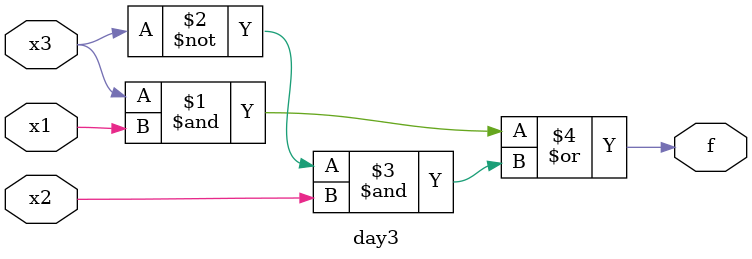
<source format=v>
module day3( input x3,x2,x1, output f);
  assign f=(x3&x1)|(~x3&x2);
  
endmodule

</source>
